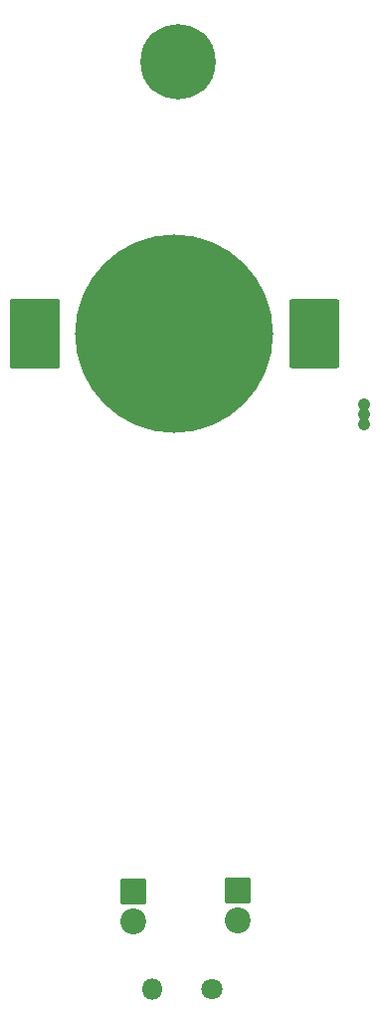
<source format=gbr>
%TF.GenerationSoftware,KiCad,Pcbnew,(6.0.1)*%
%TF.CreationDate,2022-06-23T18:30:01-05:00*%
%TF.ProjectId,lantern-lts,6c616e74-6572-46e2-9d6c-74732e6b6963,rev?*%
%TF.SameCoordinates,Original*%
%TF.FileFunction,Soldermask,Bot*%
%TF.FilePolarity,Negative*%
%FSLAX46Y46*%
G04 Gerber Fmt 4.6, Leading zero omitted, Abs format (unit mm)*
G04 Created by KiCad (PCBNEW (6.0.1)) date 2022-06-23 18:30:01*
%MOMM*%
%LPD*%
G01*
G04 APERTURE LIST*
G04 Aperture macros list*
%AMRoundRect*
0 Rectangle with rounded corners*
0 $1 Rounding radius*
0 $2 $3 $4 $5 $6 $7 $8 $9 X,Y pos of 4 corners*
0 Add a 4 corners polygon primitive as box body*
4,1,4,$2,$3,$4,$5,$6,$7,$8,$9,$2,$3,0*
0 Add four circle primitives for the rounded corners*
1,1,$1+$1,$2,$3*
1,1,$1+$1,$4,$5*
1,1,$1+$1,$6,$7*
1,1,$1+$1,$8,$9*
0 Add four rect primitives between the rounded corners*
20,1,$1+$1,$2,$3,$4,$5,0*
20,1,$1+$1,$4,$5,$6,$7,0*
20,1,$1+$1,$6,$7,$8,$9,0*
20,1,$1+$1,$8,$9,$2,$3,0*%
G04 Aperture macros list end*
%ADD10RoundRect,0.200000X1.928900X2.736200X-1.928900X2.736200X-1.928900X-2.736200X1.928900X-2.736200X0*%
%ADD11RoundRect,0.200000X1.954300X2.761600X-1.954300X2.761600X-1.954300X-2.761600X1.954300X-2.761600X0*%
%ADD12C,16.859512*%
%ADD13C,6.400000*%
%ADD14C,1.050000*%
%ADD15C,1.800000*%
%ADD16O,1.800000X1.800000*%
%ADD17RoundRect,0.200000X-0.900000X0.900000X-0.900000X-0.900000X0.900000X-0.900000X0.900000X0.900000X0*%
%ADD18C,2.200000*%
G04 APERTURE END LIST*
D10*
%TO.C,BT1*%
X134841000Y-76276200D03*
D11*
X111031000Y-76276200D03*
D12*
X122936000Y-76276200D03*
%TD*%
D13*
%TO.C,REF\u002A\u002A*%
X123291600Y-53162200D03*
%TD*%
D14*
%TO.C,SW1*%
X139064400Y-82321400D03*
X139064400Y-83185000D03*
X139064400Y-84048600D03*
%TD*%
D15*
%TO.C,R1*%
X126136400Y-132003800D03*
D16*
X121056400Y-132003800D03*
%TD*%
D17*
%TO.C,D2*%
X119481600Y-123743800D03*
D18*
X119481600Y-126283800D03*
%TD*%
D17*
%TO.C,D1*%
X128320800Y-123591400D03*
D18*
X128320800Y-126131400D03*
%TD*%
M02*

</source>
